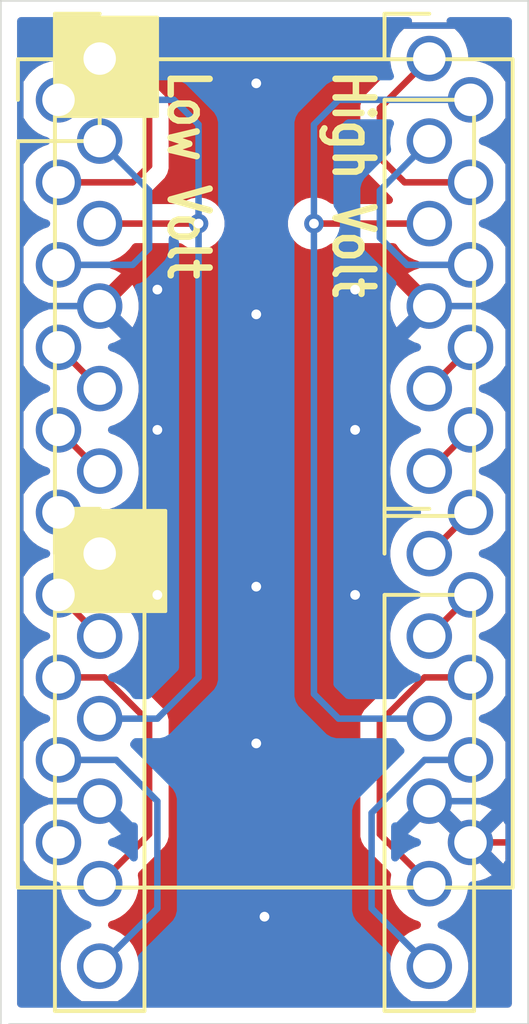
<source format=kicad_pcb>
(kicad_pcb (version 20241229) (generator "pcbnew") (generator_version "9.0")
  (layers (0 "F.Cu" signal) (2 "B.Cu" signal) (13 "F.Paste" user) (15 "B.Paste" user) (5 "F.SilkS" user "F.Silkscreen") (7 "B.SilkS" user "B.Silkscreen") (1 "F.Mask" user) (3 "B.Mask" user) (25 "Edge.Cuts" user))
  (net 0 "")
  (net 1 "/LV4")
  (net 2 "/LV1")
  (net 3 "/LV2")
  (net 4 "VCCA")
  (net 5 "/LV3")
  (net 6 "/HV4")
  (net 7 "VCCB")
  (net 8 "/HV1")
  (net 9 "/HV2")
  (net 10 "/HV3")
  (net 12 "GND")
  (net 13 "/LV7")
  (net 14 "/LV8")
  (net 15 "/LV6")
  (net 16 "/LV5")
  (net 17 "/HV6")
  (net 18 "/HV7")
  (net 19 "/HV8")
  (net 20 "/HV5")
  (footprint "Connector_PinHeader_2.54mm:PinHeader_1x06_P2.54mm_Vertical" (layer "F.Cu") (at 142.24 127)
    (property "Reference" "J3" (hide yes))
    (property "Value" "Conn_01x06" (hide yes))
    (fp_line (start -1.38 -1.38) (end 0 -1.38) (stroke (width 0.12)) (layer "F.SilkS"))
    (fp_line (start -1.38 0) (end -1.38 -1.38) (stroke (width 0.12)) (layer "F.SilkS"))
    (fp_line (start -1.38 1.27) (end -1.38 14.08) (stroke (width 0.12)) (layer "F.SilkS"))
    (fp_line (start -1.38 1.27) (end 1.38 1.27) (stroke (width 0.12)) (layer "F.SilkS"))
    (fp_line (start -1.38 14.08) (end 1.38 14.08) (stroke (width 0.12)) (layer "F.SilkS"))
    (fp_line (start 1.38 1.27) (end 1.38 14.08) (stroke (width 0.12)) (layer "F.SilkS"))
    (pad "1" thru_hole circle (at 0 0) (size 1.4 1.4) (drill 1) (layers "*.Cu" "*.Mask") (net 16 "/LV5"))
    (pad "2" thru_hole circle (at 0 2.54) (size 1.4 1.4) (drill 1) (layers "*.Cu" "*.Mask") (net 15 "/LV6"))
    (pad "3" thru_hole circle (at 0 5.08) (size 1.4 1.4) (drill 1) (layers "*.Cu" "*.Mask") (net 4 "VCCA"))
    (pad "4" thru_hole circle (at 0 7.62) (size 1.4 1.4) (drill 1) (layers "*.Cu" "*.Mask") (net 12 "GND"))
    (pad "5" thru_hole circle (at 0 10.16) (size 1.4 1.4) (drill 1) (layers "*.Cu" "*.Mask") (net 13 "/LV7"))
    (pad "6" thru_hole circle (at 0 12.7) (size 1.4 1.4) (drill 1) (layers "*.Cu" "*.Mask") (net 14 "/LV8"))
  )
  (footprint "Connector_PinHeader_2.54mm:PinHeader_1x06_P2.54mm_Vertical" (layer "F.Cu") (at 142.24 111.76)
    (property "Reference" "J1" (hide yes))
    (property "Value" "Conn_01x06" (hide yes))
    (fp_line (start -1.38 -1.38) (end 0 -1.38) (stroke (width 0.12)) (layer "F.SilkS"))
    (fp_line (start -1.38 0) (end -1.38 -1.38) (stroke (width 0.12)) (layer "F.SilkS"))
    (fp_line (start -1.38 1.27) (end -1.38 14.08) (stroke (width 0.12)) (layer "F.SilkS"))
    (fp_line (start -1.38 1.27) (end 1.38 1.27) (stroke (width 0.12)) (layer "F.SilkS"))
    (fp_line (start -1.38 14.08) (end 1.38 14.08) (stroke (width 0.12)) (layer "F.SilkS"))
    (fp_line (start 1.38 1.27) (end 1.38 14.08) (stroke (width 0.12)) (layer "F.SilkS"))
    (pad "1" thru_hole circle (at 0 0) (size 1.4 1.4) (drill 1) (layers "*.Cu" "*.Mask") (net 2 "/LV1"))
    (pad "2" thru_hole circle (at 0 2.54) (size 1.4 1.4) (drill 1) (layers "*.Cu" "*.Mask") (net 3 "/LV2"))
    (pad "3" thru_hole circle (at 0 5.08) (size 1.4 1.4) (drill 1) (layers "*.Cu" "*.Mask") (net 4 "VCCA"))
    (pad "4" thru_hole circle (at 0 7.62) (size 1.4 1.4) (drill 1) (layers "*.Cu" "*.Mask") (net 12 "GND"))
    (pad "5" thru_hole circle (at 0 10.16) (size 1.4 1.4) (drill 1) (layers "*.Cu" "*.Mask") (net 5 "/LV3"))
    (pad "6" thru_hole circle (at 0 12.7) (size 1.4 1.4) (drill 1) (layers "*.Cu" "*.Mask") (net 1 "/LV4"))
  )
  (footprint "Connector_PinHeader_2.54mm:PinHeader_1x06_P2.54mm_Vertical" (layer "F.Cu") (at 152.4 111.76)
    (property "Reference" "J2" (hide yes))
    (property "Value" "Conn_01x06" (hide yes))
    (fp_line (start -1.38 -1.38) (end 0 -1.38) (stroke (width 0.12)) (layer "F.SilkS"))
    (fp_line (start -1.38 0) (end -1.38 -1.38) (stroke (width 0.12)) (layer "F.SilkS"))
    (fp_line (start -1.38 1.27) (end -1.38 14.08) (stroke (width 0.12)) (layer "F.SilkS"))
    (fp_line (start -1.38 1.27) (end 1.38 1.27) (stroke (width 0.12)) (layer "F.SilkS"))
    (fp_line (start -1.38 14.08) (end 1.38 14.08) (stroke (width 0.12)) (layer "F.SilkS"))
    (fp_line (start 1.38 1.27) (end 1.38 14.08) (stroke (width 0.12)) (layer "F.SilkS"))
    (pad "1" thru_hole circle (at 0 0) (size 1.4 1.4) (drill 1) (layers "*.Cu" "*.Mask") (net 8 "/HV1"))
    (pad "2" thru_hole circle (at 0 2.54) (size 1.4 1.4) (drill 1) (layers "*.Cu" "*.Mask") (net 9 "/HV2"))
    (pad "3" thru_hole circle (at 0 5.08) (size 1.4 1.4) (drill 1) (layers "*.Cu" "*.Mask") (net 7 "VCCB"))
    (pad "4" thru_hole circle (at 0 7.62) (size 1.4 1.4) (drill 1) (layers "*.Cu" "*.Mask") (net 12 "GND"))
    (pad "5" thru_hole circle (at 0 10.16) (size 1.4 1.4) (drill 1) (layers "*.Cu" "*.Mask") (net 10 "/HV3"))
    (pad "6" thru_hole circle (at 0 12.7) (size 1.4 1.4) (drill 1) (layers "*.Cu" "*.Mask") (net 6 "/HV4"))
  )
  (footprint "Library:Level_Shifter_Module_HW-221" (layer "F.Cu") (at 140.97 113.03)
    (property "Reference" "U1" (hide yes))
    (property "Value" "Level_Shifter_Module_HW-221" (hide yes))
    (fp_line (start -1.25 -1.25) (end 0 -1.25) (stroke (width 0.12)) (layer "F.SilkS"))
    (fp_line (start -1.25 0) (end -1.25 -1.25) (stroke (width 0.12)) (layer "F.SilkS"))
    (fp_line (start -1.25 1.27) (end -1.25 24.25) (stroke (width 0.12)) (layer "F.SilkS"))
    (fp_line (start -1.25 1.27) (end 1.27 1.27) (stroke (width 0.12)) (layer "F.SilkS"))
    (fp_line (start -1.25 24.25) (end 14 24.25) (stroke (width 0.12)) (layer "F.SilkS"))
    (fp_line (start 1.27 -1.25) (end 14 -1.25) (stroke (width 0.12)) (layer "F.SilkS"))
    (fp_line (start 1.27 1.27) (end 1.27 -1.25) (stroke (width 0.12)) (layer "F.SilkS"))
    (fp_line (start 14 -1.25) (end 14 24.25) (stroke (width 0.12)) (layer "F.SilkS"))
    (pad "1" thru_hole circle (at 0 0) (size 1.4 1.4) (drill 1) (layers "*.Cu" "*.Mask") (net 4 "VCCA"))
    (pad "2" thru_hole circle (at 0 2.54) (size 1.4 1.4) (drill 1) (layers "*.Cu" "*.Mask") (net 2 "/LV1"))
    (pad "3" thru_hole circle (at 0 5.08) (size 1.4 1.4) (drill 1) (layers "*.Cu" "*.Mask") (net 3 "/LV2"))
    (pad "4" thru_hole circle (at 0 7.62) (size 1.4 1.4) (drill 1) (layers "*.Cu" "*.Mask") (net 5 "/LV3"))
    (pad "5" thru_hole circle (at 0 10.16) (size 1.4 1.4) (drill 1) (layers "*.Cu" "*.Mask") (net 1 "/LV4"))
    (pad "6" thru_hole circle (at 0 12.7) (size 1.4 1.4) (drill 1) (layers "*.Cu" "*.Mask") (net 16 "/LV5"))
    (pad "7" thru_hole circle (at 0 15.24) (size 1.4 1.4) (drill 1) (layers "*.Cu" "*.Mask") (net 15 "/LV6"))
    (pad "8" thru_hole circle (at 0 17.78) (size 1.4 1.4) (drill 1) (layers "*.Cu" "*.Mask") (net 13 "/LV7"))
    (pad "9" thru_hole circle (at 0 20.32) (size 1.4 1.4) (drill 1) (layers "*.Cu" "*.Mask") (net 14 "/LV8"))
    (pad "10" thru_hole circle (at 0 22.86) (size 1.4 1.4) (drill 1) (layers "*.Cu" "*.Mask"))
    (pad "11" thru_hole circle (at 12.7 22.86) (size 1.4 1.4) (drill 1) (layers "*.Cu" "*.Mask") (net 12 "GND"))
    (pad "12" thru_hole circle (at 12.7 20.32) (size 1.4 1.4) (drill 1) (layers "*.Cu" "*.Mask") (net 19 "/HV8"))
    (pad "13" thru_hole circle (at 12.7 17.78) (size 1.4 1.4) (drill 1) (layers "*.Cu" "*.Mask") (net 18 "/HV7"))
    (pad "14" thru_hole circle (at 12.7 15.24) (size 1.4 1.4) (drill 1) (layers "*.Cu" "*.Mask") (net 17 "/HV6"))
    (pad "15" thru_hole circle (at 12.7 12.7) (size 1.4 1.4) (drill 1) (layers "*.Cu" "*.Mask") (net 20 "/HV5"))
    (pad "16" thru_hole circle (at 12.7 10.16) (size 1.4 1.4) (drill 1) (layers "*.Cu" "*.Mask") (net 6 "/HV4"))
    (pad "17" thru_hole circle (at 12.7 7.62) (size 1.4 1.4) (drill 1) (layers "*.Cu" "*.Mask") (net 10 "/HV3"))
    (pad "18" thru_hole circle (at 12.7 5.08) (size 1.4 1.4) (drill 1) (layers "*.Cu" "*.Mask") (net 9 "/HV2"))
    (pad "19" thru_hole circle (at 12.7 2.54) (size 1.4 1.4) (drill 1) (layers "*.Cu" "*.Mask") (net 8 "/HV1"))
    (pad "20" thru_hole circle (at 12.7 0) (size 1.4 1.4) (drill 1) (layers "*.Cu" "*.Mask") (net 7 "VCCB"))
  )
  (footprint "Connector_PinHeader_2.54mm:PinHeader_1x06_P2.54mm_Vertical" (layer "F.Cu") (at 152.4 127)
    (property "Reference" "J4" (hide yes))
    (property "Value" "Conn_01x06" (hide yes))
    (fp_line (start -1.38 -1.38) (end 0 -1.38) (stroke (width 0.12)) (layer "F.SilkS"))
    (fp_line (start -1.38 0) (end -1.38 -1.38) (stroke (width 0.12)) (layer "F.SilkS"))
    (fp_line (start -1.38 1.27) (end -1.38 14.08) (stroke (width 0.12)) (layer "F.SilkS"))
    (fp_line (start -1.38 1.27) (end 1.38 1.27) (stroke (width 0.12)) (layer "F.SilkS"))
    (fp_line (start -1.38 14.08) (end 1.38 14.08) (stroke (width 0.12)) (layer "F.SilkS"))
    (fp_line (start 1.38 1.27) (end 1.38 14.08) (stroke (width 0.12)) (layer "F.SilkS"))
    (pad "1" thru_hole circle (at 0 0) (size 1.4 1.4) (drill 1) (layers "*.Cu" "*.Mask") (net 20 "/HV5"))
    (pad "2" thru_hole circle (at 0 2.54) (size 1.4 1.4) (drill 1) (layers "*.Cu" "*.Mask") (net 17 "/HV6"))
    (pad "3" thru_hole circle (at 0 5.08) (size 1.4 1.4) (drill 1) (layers "*.Cu" "*.Mask") (net 7 "VCCB"))
    (pad "4" thru_hole circle (at 0 7.62) (size 1.4 1.4) (drill 1) (layers "*.Cu" "*.Mask") (net 12 "GND"))
    (pad "5" thru_hole circle (at 0 10.16) (size 1.4 1.4) (drill 1) (layers "*.Cu" "*.Mask") (net 18 "/HV7"))
    (pad "6" thru_hole circle (at 0 12.7) (size 1.4 1.4) (drill 1) (layers "*.Cu" "*.Mask") (net 19 "/HV8"))
  )
  (gr_rect (start 140.853 110.49) (end 144.018 113.538) (stroke (width 0.1)) (fill yes) (layer "F.SilkS"))
  (gr_rect (start 140.86 125.675) (end 144.272 128.778) (stroke (width 0.1)) (fill yes) (layer "F.SilkS"))
  (gr_line (start 139.192 141.478) (end 139.192 109.982) (stroke (width 0.05)) (layer "Edge.Cuts"))
  (gr_line (start 155.448 141.478) (end 139.446 141.478) (stroke (width 0.05)) (layer "Edge.Cuts"))
  (gr_line (start 155.448 109.982) (end 155.448 141.478) (stroke (width 0.05)) (layer "Edge.Cuts"))
  (gr_line (start 139.192 109.982) (end 155.448 109.982) (stroke (width 0.05)) (layer "Edge.Cuts"))
  (gr_text "Low Volt" (at 144.272 112.014 270) (layer "F.SilkS") (effects (font (size 1.2 1) (thickness 0.2) (bold yes)) (justify left bottom)))
  (gr_text "High Volt" (at 149.352 112.014 270) (layer "F.SilkS") (effects (font (size 1.2 1) (thickness 0.2) (bold yes)) (justify left bottom)))
  (segment (start 140.97 123.19) (end 142.24 124.46) (width 0.2) (layer "F.Cu") (net 1))
  (segment (start 140.97 115.57) (end 143.256 115.57) (width 0.2) (layer "F.Cu") (net 2))
  (segment (start 143.764 115.062) (end 143.764 113.284) (width 0.2) (layer "F.Cu") (net 2))
  (segment (start 143.256 115.57) (end 143.764 115.062) (width 0.2) (layer "F.Cu") (net 2))
  (segment (start 143.764 113.284) (end 142.24 111.76) (width 0.2) (layer "F.Cu") (net 2))
  (segment (start 143.764 115.824) (end 142.24 114.3) (width 0.2) (layer "B.Cu") (net 3))
  (segment (start 143.256 118.11) (end 143.764 117.602) (width 0.2) (layer "B.Cu") (net 3))
  (segment (start 143.764 117.602) (end 143.764 115.824) (width 0.2) (layer "B.Cu") (net 3))
  (segment (start 140.97 118.11) (end 143.256 118.11) (width 0.2) (layer "B.Cu") (net 3))
  (segment (start 142.24 116.84) (end 145.288 116.84) (width 0.2) (layer "F.Cu") (net 4))
  (via (at 145.288 116.84) (size 0.6) (drill 0.3) (layers "F.Cu" "B.Cu") (net 4))
  (segment (start 140.97 113.03) (end 144.526 113.03) (width 0.2) (layer "B.Cu") (net 4))
  (segment (start 144.526 113.03) (end 145.288 113.792) (width 0.2) (layer "B.Cu") (net 4))
  (segment (start 144.018 132.08) (end 142.24 132.08) (width 0.2) (layer "B.Cu") (net 4))
  (segment (start 145.288 130.81) (end 144.018 132.08) (width 0.2) (layer "B.Cu") (net 4))
  (segment (start 145.288 113.792) (end 145.288 130.81) (width 0.2) (layer "B.Cu") (net 4))
  (segment (start 140.97 120.65) (end 142.24 121.92) (width 0.2) (layer "F.Cu") (net 5))
  (segment (start 152.4 124.46) (end 153.67 123.19) (width 0.2) (layer "F.Cu") (net 6))
  (segment (start 152.4 116.84) (end 148.844 116.84) (width 0.2) (layer "F.Cu") (net 7))
  (via (at 148.844 116.84) (size 0.6) (drill 0.3) (layers "F.Cu" "B.Cu") (net 7))
  (segment (start 153.67 113.03) (end 149.606 113.03) (width 0.2) (layer "B.Cu") (net 7))
  (segment (start 148.844 113.792) (end 148.844 131.318) (width 0.2) (layer "B.Cu") (net 7))
  (segment (start 148.844 131.318) (end 149.606 132.08) (width 0.2) (layer "B.Cu") (net 7))
  (segment (start 149.606 113.03) (end 148.844 113.792) (width 0.2) (layer "B.Cu") (net 7))
  (segment (start 149.606 132.08) (end 152.4 132.08) (width 0.2) (layer "B.Cu") (net 7))
  (segment (start 151.638 115.57) (end 153.67 115.57) (width 0.2) (layer "F.Cu") (net 8))
  (segment (start 150.876 113.284) (end 150.876 114.808) (width 0.2) (layer "F.Cu") (net 8))
  (segment (start 152.4 111.76) (end 150.876 113.284) (width 0.2) (layer "F.Cu") (net 8))
  (segment (start 150.876 114.808) (end 151.638 115.57) (width 0.2) (layer "F.Cu") (net 8))
  (segment (start 152.4 114.3) (end 150.876 115.824) (width 0.2) (layer "B.Cu") (net 9))
  (segment (start 151.716372 118.11) (end 153.67 118.11) (width 0.2) (layer "B.Cu") (net 9))
  (segment (start 150.876 117.269628) (end 151.716372 118.11) (width 0.2) (layer "B.Cu") (net 9))
  (segment (start 150.876 115.824) (end 150.876 117.269628) (width 0.2) (layer "B.Cu") (net 9))
  (segment (start 152.4 121.92) (end 153.67 120.65) (width 0.2) (layer "F.Cu") (net 10))
  (segment (start 139.793 111.667) (end 139.793 119.38) (width 0.2) (layer "F.Cu") (net 12))
  (segment (start 153.815628 119.38) (end 152.4 119.38) (width 0.2) (layer "F.Cu") (net 12))
  (segment (start 154.847 111.921) (end 153.67 110.744) (width 0.2) (layer "F.Cu") (net 12))
  (segment (start 140.369 140.877) (end 153.67 140.877) (width 0.2) (layer "F.Cu") (net 12))
  (segment (start 139.793 140.301) (end 140.369 140.877) (width 0.2) (layer "F.Cu") (net 12))
  (segment (start 154.847 119.126) (end 154.847 111.921) (width 0.2) (layer "F.Cu") (net 12))
  (segment (start 140.462 134.62) (end 139.793 134.62) (width 0.2) (layer "F.Cu") (net 12))
  (segment (start 139.793 119.38) (end 139.793 134.62) (width 0.2) (layer "F.Cu") (net 12))
  (segment (start 153.815628 119.38) (end 154.847 119.38) (width 0.2) (layer "F.Cu") (net 12))
  (segment (start 154.847 134.62) (end 154.847 136.398) (width 0.2) (layer "F.Cu") (net 12))
  (segment (start 154.847 136.398) (end 154.847 135.89) (width 0.2) (layer "F.Cu") (net 12))
  (segment (start 154.847 139.7) (end 154.847 136.398) (width 0.2) (layer "F.Cu") (net 12))
  (segment (start 152.4 134.62) (end 154.847 134.62) (width 0.2) (layer "F.Cu") (net 12))
  (segment (start 153.67 140.877) (end 154.847 139.7) (width 0.2) (layer "F.Cu") (net 12))
  (segment (start 154.847 134.62) (end 154.847 119.126) (width 0.2) (layer "F.Cu") (net 12))
  (segment (start 154.847 119.38) (end 154.847 119.126) (width 0.2) (layer "F.Cu") (net 12))
  (segment (start 139.793 134.62) (end 139.793 140.301) (width 0.2) (layer "F.Cu") (net 12))
  (segment (start 140.716 110.744) (end 139.793 111.667) (width 0.2) (layer "F.Cu") (net 12))
  (segment (start 142.24 119.38) (end 139.793 119.38) (width 0.2) (layer "F.Cu") (net 12))
  (segment (start 153.67 110.744) (end 140.716 110.744) (width 0.2) (layer "F.Cu") (net 12))
  (segment (start 142.24 134.62) (end 140.462 134.62) (width 0.2) (layer "F.Cu") (net 12))
  (segment (start 154.847 135.89) (end 153.67 135.89) (width 0.2) (layer "F.Cu") (net 12))
  (via (at 144.018 128.27) (size 0.6) (drill 0.3) (layers "F.Cu" "B.Cu") (net 12))
  (via (at 150.114 123.19) (size 0.6) (drill 0.3) (layers "F.Cu" "B.Cu") (net 12))
  (via (at 147.32 138.176) (size 0.6) (drill 0.3) (layers "F.Cu" "B.Cu") (net 12))
  (via (at 147.066 128.016) (size 0.6) (drill 0.3) (layers "F.Cu" "B.Cu") (net 12))
  (via (at 144.018 118.872) (size 0.6) (drill 0.3) (layers "F.Cu" "B.Cu") (net 12))
  (via (at 150.114 128.27) (size 0.6) (drill 0.3) (layers "F.Cu" "B.Cu") (net 12))
  (via (at 144.018 123.19) (size 0.6) (drill 0.3) (layers "F.Cu" "B.Cu") (net 12))
  (via (at 147.066 119.634) (size 0.6) (drill 0.3) (layers "F.Cu" "B.Cu") (net 12))
  (via (at 147.066 112.522) (size 0.6) (drill 0.3) (layers "F.Cu" "B.Cu") (net 12))
  (via (at 147.066 132.842) (size 0.6) (drill 0.3) (layers "F.Cu" "B.Cu") (net 12))
  (via (at 150.114 118.872) (size 0.6) (drill 0.3) (layers "F.Cu" "B.Cu") (net 12))
  (segment (start 139.793 111.667) (end 140.716 110.744) (width 0.2) (layer "B.Cu") (net 12))
  (segment (start 139.793 119.38) (end 139.793 111.667) (width 0.2) (layer "B.Cu") (net 12))
  (segment (start 139.793 119.38) (end 139.793 134.62) (width 0.2) (layer "B.Cu") (net 12))
  (segment (start 154.847 134.62) (end 154.847 119.38) (width 0.2) (layer "B.Cu") (net 12))
  (segment (start 153.763 140.877) (end 140.369 140.877) (width 0.2) (layer "B.Cu") (net 12))
  (segment (start 152.4 134.62) (end 154.847 134.62) (width 0.2) (layer "B.Cu") (net 12))
  (segment (start 152.4 119.38) (end 154.847 119.38) (width 0.2) (layer "B.Cu") (net 12))
  (segment (start 139.793 140.301) (end 139.793 134.62) (width 0.2) (layer "B.Cu") (net 12))
  (segment (start 140.369 140.877) (end 139.793 140.301) (width 0.2) (layer "B.Cu") (net 12))
  (segment (start 154.847 134.62) (end 154.847 139.793) (width 0.2) (layer "B.Cu") (net 12))
  (segment (start 154.847 139.793) (end 153.763 140.877) (width 0.2) (layer "B.Cu") (net 12))
  (segment (start 154.847 111.921) (end 154.847 119.38) (width 0.2) (layer "B.Cu") (net 12))
  (segment (start 140.716 110.744) (end 153.67 110.744) (width 0.2) (layer "B.Cu") (net 12))
  (segment (start 153.67 110.744) (end 154.847 111.921) (width 0.2) (layer "B.Cu") (net 12))
  (segment (start 152.4 134.62) (end 153.67 135.89) (width 0.2) (layer "B.Cu") (net 12))
  (segment (start 142.24 134.62) (end 139.793 134.62) (width 0.2) (layer "B.Cu") (net 12))
  (segment (start 142.24 119.38) (end 139.793 119.38) (width 0.2) (layer "B.Cu") (net 12))
  (segment (start 140.97 130.81) (end 142.385628 130.81) (width 0.2) (layer "F.Cu") (net 13))
  (segment (start 142.385628 130.81) (end 143.764 132.188372) (width 0.2) (layer "F.Cu") (net 13))
  (segment (start 143.764 132.188372) (end 143.764 135.636) (width 0.2) (layer "F.Cu") (net 13))
  (segment (start 143.764 135.636) (end 142.24 137.16) (width 0.2) (layer "F.Cu") (net 13))
  (segment (start 142.24 139.7) (end 144.018 137.922) (width 0.2) (layer "B.Cu") (net 14))
  (segment (start 142.748 133.35) (end 144.018 134.62) (width 0.2) (layer "B.Cu") (net 14))
  (segment (start 144.018 137.922) (end 144.018 134.62) (width 0.2) (layer "B.Cu") (net 14))
  (segment (start 140.97 133.35) (end 142.748 133.35) (width 0.2) (layer "B.Cu") (net 14))
  (segment (start 140.97 128.27) (end 142.24 129.54) (width 0.2) (layer "F.Cu") (net 15))
  (segment (start 140.97 125.73) (end 142.24 127) (width 0.2) (layer "F.Cu") (net 16))
  (segment (start 153.67 128.27) (end 152.4 129.54) (width 0.2) (layer "F.Cu") (net 17))
  (segment (start 150.876 132.188372) (end 150.876 135.636) (width 0.2) (layer "F.Cu") (net 18))
  (segment (start 152.254372 130.81) (end 150.876 132.188372) (width 0.2) (layer "F.Cu") (net 18))
  (segment (start 153.67 130.81) (end 152.254372 130.81) (width 0.2) (layer "F.Cu") (net 18))
  (segment (start 150.876 135.636) (end 152.4 137.16) (width 0.2) (layer "F.Cu") (net 18))
  (segment (start 152.254372 133.35) (end 150.622 134.982372) (width 0.2) (layer "B.Cu") (net 19))
  (segment (start 153.67 133.35) (end 152.254372 133.35) (width 0.2) (layer "B.Cu") (net 19))
  (segment (start 150.622 137.922) (end 152.4 139.7) (width 0.2) (layer "B.Cu") (net 19))
  (segment (start 150.622 134.982372) (end 150.622 137.922) (width 0.2) (layer "B.Cu") (net 19))
  (segment (start 153.67 125.73) (end 152.4 127) (width 0.2) (layer "F.Cu") (net 20))
  (zone (net 12) (net_name "GND") (layers "F.Cu" "B.Cu") (connect_pads (clearance 0.5)) (min_thickness 0.25) (fill yes (thermal_gap 0.5) (thermal_bridge_width 0.5))
    (polygon (pts (xy 139.192 141.478) (xy 139.192 109.982) (xy 155.448 109.982) (xy 155.448 141.478)))
  )
)
</source>
